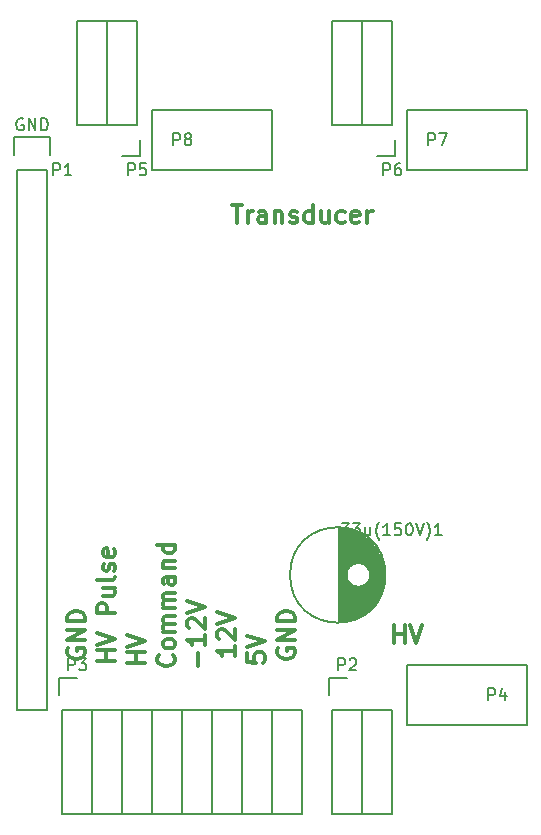
<source format=gto>
G04 #@! TF.FileFunction,Legend,Top*
%FSLAX46Y46*%
G04 Gerber Fmt 4.6, Leading zero omitted, Abs format (unit mm)*
G04 Created by KiCad (PCBNEW 4.0.4+e1-6308~48~ubuntu16.04.1-stable) date Mon Oct 24 15:09:13 2016*
%MOMM*%
%LPD*%
G01*
G04 APERTURE LIST*
%ADD10C,0.100000*%
%ADD11C,0.300000*%
%ADD12C,0.150000*%
G04 APERTURE END LIST*
D10*
D11*
X91638572Y-130218571D02*
X91638572Y-128718571D01*
X91638572Y-129432857D02*
X92495715Y-129432857D01*
X92495715Y-130218571D02*
X92495715Y-128718571D01*
X92995715Y-128718571D02*
X93495715Y-130218571D01*
X93995715Y-128718571D01*
X77855715Y-93158571D02*
X78712858Y-93158571D01*
X78284287Y-94658571D02*
X78284287Y-93158571D01*
X79212858Y-94658571D02*
X79212858Y-93658571D01*
X79212858Y-93944286D02*
X79284286Y-93801429D01*
X79355715Y-93730000D01*
X79498572Y-93658571D01*
X79641429Y-93658571D01*
X80784286Y-94658571D02*
X80784286Y-93872857D01*
X80712857Y-93730000D01*
X80570000Y-93658571D01*
X80284286Y-93658571D01*
X80141429Y-93730000D01*
X80784286Y-94587143D02*
X80641429Y-94658571D01*
X80284286Y-94658571D01*
X80141429Y-94587143D01*
X80070000Y-94444286D01*
X80070000Y-94301429D01*
X80141429Y-94158571D01*
X80284286Y-94087143D01*
X80641429Y-94087143D01*
X80784286Y-94015714D01*
X81498572Y-93658571D02*
X81498572Y-94658571D01*
X81498572Y-93801429D02*
X81570000Y-93730000D01*
X81712858Y-93658571D01*
X81927143Y-93658571D01*
X82070000Y-93730000D01*
X82141429Y-93872857D01*
X82141429Y-94658571D01*
X82784286Y-94587143D02*
X82927143Y-94658571D01*
X83212858Y-94658571D01*
X83355715Y-94587143D01*
X83427143Y-94444286D01*
X83427143Y-94372857D01*
X83355715Y-94230000D01*
X83212858Y-94158571D01*
X82998572Y-94158571D01*
X82855715Y-94087143D01*
X82784286Y-93944286D01*
X82784286Y-93872857D01*
X82855715Y-93730000D01*
X82998572Y-93658571D01*
X83212858Y-93658571D01*
X83355715Y-93730000D01*
X84712858Y-94658571D02*
X84712858Y-93158571D01*
X84712858Y-94587143D02*
X84570001Y-94658571D01*
X84284287Y-94658571D01*
X84141429Y-94587143D01*
X84070001Y-94515714D01*
X83998572Y-94372857D01*
X83998572Y-93944286D01*
X84070001Y-93801429D01*
X84141429Y-93730000D01*
X84284287Y-93658571D01*
X84570001Y-93658571D01*
X84712858Y-93730000D01*
X86070001Y-93658571D02*
X86070001Y-94658571D01*
X85427144Y-93658571D02*
X85427144Y-94444286D01*
X85498572Y-94587143D01*
X85641430Y-94658571D01*
X85855715Y-94658571D01*
X85998572Y-94587143D01*
X86070001Y-94515714D01*
X87427144Y-94587143D02*
X87284287Y-94658571D01*
X86998573Y-94658571D01*
X86855715Y-94587143D01*
X86784287Y-94515714D01*
X86712858Y-94372857D01*
X86712858Y-93944286D01*
X86784287Y-93801429D01*
X86855715Y-93730000D01*
X86998573Y-93658571D01*
X87284287Y-93658571D01*
X87427144Y-93730000D01*
X88641429Y-94587143D02*
X88498572Y-94658571D01*
X88212858Y-94658571D01*
X88070001Y-94587143D01*
X87998572Y-94444286D01*
X87998572Y-93872857D01*
X88070001Y-93730000D01*
X88212858Y-93658571D01*
X88498572Y-93658571D01*
X88641429Y-93730000D01*
X88712858Y-93872857D01*
X88712858Y-94015714D01*
X87998572Y-94158571D01*
X89355715Y-94658571D02*
X89355715Y-93658571D01*
X89355715Y-93944286D02*
X89427143Y-93801429D01*
X89498572Y-93730000D01*
X89641429Y-93658571D01*
X89784286Y-93658571D01*
X64020000Y-130682857D02*
X63948571Y-130825714D01*
X63948571Y-131040000D01*
X64020000Y-131254285D01*
X64162857Y-131397143D01*
X64305714Y-131468571D01*
X64591429Y-131540000D01*
X64805714Y-131540000D01*
X65091429Y-131468571D01*
X65234286Y-131397143D01*
X65377143Y-131254285D01*
X65448571Y-131040000D01*
X65448571Y-130897143D01*
X65377143Y-130682857D01*
X65305714Y-130611428D01*
X64805714Y-130611428D01*
X64805714Y-130897143D01*
X65448571Y-129968571D02*
X63948571Y-129968571D01*
X65448571Y-129111428D01*
X63948571Y-129111428D01*
X65448571Y-128397142D02*
X63948571Y-128397142D01*
X63948571Y-128039999D01*
X64020000Y-127825714D01*
X64162857Y-127682856D01*
X64305714Y-127611428D01*
X64591429Y-127539999D01*
X64805714Y-127539999D01*
X65091429Y-127611428D01*
X65234286Y-127682856D01*
X65377143Y-127825714D01*
X65448571Y-128039999D01*
X65448571Y-128397142D01*
X81800000Y-130682857D02*
X81728571Y-130825714D01*
X81728571Y-131040000D01*
X81800000Y-131254285D01*
X81942857Y-131397143D01*
X82085714Y-131468571D01*
X82371429Y-131540000D01*
X82585714Y-131540000D01*
X82871429Y-131468571D01*
X83014286Y-131397143D01*
X83157143Y-131254285D01*
X83228571Y-131040000D01*
X83228571Y-130897143D01*
X83157143Y-130682857D01*
X83085714Y-130611428D01*
X82585714Y-130611428D01*
X82585714Y-130897143D01*
X83228571Y-129968571D02*
X81728571Y-129968571D01*
X83228571Y-129111428D01*
X81728571Y-129111428D01*
X83228571Y-128397142D02*
X81728571Y-128397142D01*
X81728571Y-128039999D01*
X81800000Y-127825714D01*
X81942857Y-127682856D01*
X82085714Y-127611428D01*
X82371429Y-127539999D01*
X82585714Y-127539999D01*
X82871429Y-127611428D01*
X83014286Y-127682856D01*
X83157143Y-127825714D01*
X83228571Y-128039999D01*
X83228571Y-128397142D01*
X79188571Y-131095713D02*
X79188571Y-131809999D01*
X79902857Y-131881428D01*
X79831429Y-131809999D01*
X79760000Y-131667142D01*
X79760000Y-131309999D01*
X79831429Y-131167142D01*
X79902857Y-131095713D01*
X80045714Y-131024285D01*
X80402857Y-131024285D01*
X80545714Y-131095713D01*
X80617143Y-131167142D01*
X80688571Y-131309999D01*
X80688571Y-131667142D01*
X80617143Y-131809999D01*
X80545714Y-131881428D01*
X79188571Y-130595714D02*
X80688571Y-130095714D01*
X79188571Y-129595714D01*
X78148571Y-130468571D02*
X78148571Y-131325714D01*
X78148571Y-130897142D02*
X76648571Y-130897142D01*
X76862857Y-131039999D01*
X77005714Y-131182857D01*
X77077143Y-131325714D01*
X76791429Y-129897143D02*
X76720000Y-129825714D01*
X76648571Y-129682857D01*
X76648571Y-129325714D01*
X76720000Y-129182857D01*
X76791429Y-129111428D01*
X76934286Y-129040000D01*
X77077143Y-129040000D01*
X77291429Y-129111428D01*
X78148571Y-129968571D01*
X78148571Y-129040000D01*
X76648571Y-128611429D02*
X78148571Y-128111429D01*
X76648571Y-127611429D01*
X75037143Y-132182856D02*
X75037143Y-131039999D01*
X75608571Y-129539999D02*
X75608571Y-130397142D01*
X75608571Y-129968570D02*
X74108571Y-129968570D01*
X74322857Y-130111427D01*
X74465714Y-130254285D01*
X74537143Y-130397142D01*
X74251429Y-128968571D02*
X74180000Y-128897142D01*
X74108571Y-128754285D01*
X74108571Y-128397142D01*
X74180000Y-128254285D01*
X74251429Y-128182856D01*
X74394286Y-128111428D01*
X74537143Y-128111428D01*
X74751429Y-128182856D01*
X75608571Y-129039999D01*
X75608571Y-128111428D01*
X74108571Y-127682857D02*
X75608571Y-127182857D01*
X74108571Y-126682857D01*
X72925714Y-131250000D02*
X72997143Y-131321429D01*
X73068571Y-131535715D01*
X73068571Y-131678572D01*
X72997143Y-131892857D01*
X72854286Y-132035715D01*
X72711429Y-132107143D01*
X72425714Y-132178572D01*
X72211429Y-132178572D01*
X71925714Y-132107143D01*
X71782857Y-132035715D01*
X71640000Y-131892857D01*
X71568571Y-131678572D01*
X71568571Y-131535715D01*
X71640000Y-131321429D01*
X71711429Y-131250000D01*
X73068571Y-130392857D02*
X72997143Y-130535715D01*
X72925714Y-130607143D01*
X72782857Y-130678572D01*
X72354286Y-130678572D01*
X72211429Y-130607143D01*
X72140000Y-130535715D01*
X72068571Y-130392857D01*
X72068571Y-130178572D01*
X72140000Y-130035715D01*
X72211429Y-129964286D01*
X72354286Y-129892857D01*
X72782857Y-129892857D01*
X72925714Y-129964286D01*
X72997143Y-130035715D01*
X73068571Y-130178572D01*
X73068571Y-130392857D01*
X73068571Y-129250000D02*
X72068571Y-129250000D01*
X72211429Y-129250000D02*
X72140000Y-129178572D01*
X72068571Y-129035714D01*
X72068571Y-128821429D01*
X72140000Y-128678572D01*
X72282857Y-128607143D01*
X73068571Y-128607143D01*
X72282857Y-128607143D02*
X72140000Y-128535714D01*
X72068571Y-128392857D01*
X72068571Y-128178572D01*
X72140000Y-128035714D01*
X72282857Y-127964286D01*
X73068571Y-127964286D01*
X73068571Y-127250000D02*
X72068571Y-127250000D01*
X72211429Y-127250000D02*
X72140000Y-127178572D01*
X72068571Y-127035714D01*
X72068571Y-126821429D01*
X72140000Y-126678572D01*
X72282857Y-126607143D01*
X73068571Y-126607143D01*
X72282857Y-126607143D02*
X72140000Y-126535714D01*
X72068571Y-126392857D01*
X72068571Y-126178572D01*
X72140000Y-126035714D01*
X72282857Y-125964286D01*
X73068571Y-125964286D01*
X73068571Y-124607143D02*
X72282857Y-124607143D01*
X72140000Y-124678572D01*
X72068571Y-124821429D01*
X72068571Y-125107143D01*
X72140000Y-125250000D01*
X72997143Y-124607143D02*
X73068571Y-124750000D01*
X73068571Y-125107143D01*
X72997143Y-125250000D01*
X72854286Y-125321429D01*
X72711429Y-125321429D01*
X72568571Y-125250000D01*
X72497143Y-125107143D01*
X72497143Y-124750000D01*
X72425714Y-124607143D01*
X72068571Y-123892857D02*
X73068571Y-123892857D01*
X72211429Y-123892857D02*
X72140000Y-123821429D01*
X72068571Y-123678571D01*
X72068571Y-123464286D01*
X72140000Y-123321429D01*
X72282857Y-123250000D01*
X73068571Y-123250000D01*
X73068571Y-121892857D02*
X71568571Y-121892857D01*
X72997143Y-121892857D02*
X73068571Y-122035714D01*
X73068571Y-122321428D01*
X72997143Y-122464286D01*
X72925714Y-122535714D01*
X72782857Y-122607143D01*
X72354286Y-122607143D01*
X72211429Y-122535714D01*
X72140000Y-122464286D01*
X72068571Y-122321428D01*
X72068571Y-122035714D01*
X72140000Y-121892857D01*
X70528571Y-131881428D02*
X69028571Y-131881428D01*
X69742857Y-131881428D02*
X69742857Y-131024285D01*
X70528571Y-131024285D02*
X69028571Y-131024285D01*
X69028571Y-130524285D02*
X70528571Y-130024285D01*
X69028571Y-129524285D01*
X67988571Y-131714285D02*
X66488571Y-131714285D01*
X67202857Y-131714285D02*
X67202857Y-130857142D01*
X67988571Y-130857142D02*
X66488571Y-130857142D01*
X66488571Y-130357142D02*
X67988571Y-129857142D01*
X66488571Y-129357142D01*
X67988571Y-127714285D02*
X66488571Y-127714285D01*
X66488571Y-127142857D01*
X66560000Y-126999999D01*
X66631429Y-126928571D01*
X66774286Y-126857142D01*
X66988571Y-126857142D01*
X67131429Y-126928571D01*
X67202857Y-126999999D01*
X67274286Y-127142857D01*
X67274286Y-127714285D01*
X66988571Y-125571428D02*
X67988571Y-125571428D01*
X66988571Y-126214285D02*
X67774286Y-126214285D01*
X67917143Y-126142857D01*
X67988571Y-125999999D01*
X67988571Y-125785714D01*
X67917143Y-125642857D01*
X67845714Y-125571428D01*
X67988571Y-124642856D02*
X67917143Y-124785714D01*
X67774286Y-124857142D01*
X66488571Y-124857142D01*
X67917143Y-124142857D02*
X67988571Y-124000000D01*
X67988571Y-123714285D01*
X67917143Y-123571428D01*
X67774286Y-123500000D01*
X67702857Y-123500000D01*
X67560000Y-123571428D01*
X67488571Y-123714285D01*
X67488571Y-123928571D01*
X67417143Y-124071428D01*
X67274286Y-124142857D01*
X67202857Y-124142857D01*
X67060000Y-124071428D01*
X66988571Y-123928571D01*
X66988571Y-123714285D01*
X67060000Y-123571428D01*
X67917143Y-122285714D02*
X67988571Y-122428571D01*
X67988571Y-122714285D01*
X67917143Y-122857142D01*
X67774286Y-122928571D01*
X67202857Y-122928571D01*
X67060000Y-122857142D01*
X66988571Y-122714285D01*
X66988571Y-122428571D01*
X67060000Y-122285714D01*
X67202857Y-122214285D01*
X67345714Y-122214285D01*
X67488571Y-122928571D01*
D12*
X91440000Y-144720000D02*
X91440000Y-135890000D01*
X88900000Y-144720000D02*
X91440000Y-144720000D01*
X88900000Y-135890000D02*
X88900000Y-144720000D01*
X88900000Y-135890000D02*
X91440000Y-135890000D01*
X86360000Y-135890000D02*
X88900000Y-135890000D01*
X87630000Y-133220000D02*
X86080000Y-133220000D01*
X86080000Y-133220000D02*
X86080000Y-134620000D01*
X86360000Y-135890000D02*
X86360000Y-144720000D01*
X86360000Y-144720000D02*
X88900000Y-144720000D01*
X88900000Y-144720000D02*
X88900000Y-135890000D01*
X81280000Y-144720000D02*
X81280000Y-135890000D01*
X78740000Y-144720000D02*
X81280000Y-144720000D01*
X78740000Y-135890000D02*
X81280000Y-135890000D01*
X81280000Y-135890000D02*
X83820000Y-135890000D01*
X81280000Y-144720000D02*
X83820000Y-144720000D01*
X83820000Y-144720000D02*
X83820000Y-135890000D01*
X78740000Y-144720000D02*
X78740000Y-135890000D01*
X76200000Y-144720000D02*
X78740000Y-144720000D01*
X76200000Y-135890000D02*
X78740000Y-135890000D01*
X73660000Y-135890000D02*
X76200000Y-135890000D01*
X73660000Y-144720000D02*
X76200000Y-144720000D01*
X76200000Y-144720000D02*
X76200000Y-135890000D01*
X73660000Y-144720000D02*
X73660000Y-135890000D01*
X71120000Y-144720000D02*
X73660000Y-144720000D01*
X71120000Y-135890000D02*
X73660000Y-135890000D01*
X68580000Y-135890000D02*
X71120000Y-135890000D01*
X68580000Y-144720000D02*
X71120000Y-144720000D01*
X71120000Y-144720000D02*
X71120000Y-135890000D01*
X68580000Y-144720000D02*
X68580000Y-135890000D01*
X66040000Y-144720000D02*
X68580000Y-144720000D01*
X66040000Y-135890000D02*
X66040000Y-144720000D01*
X66040000Y-135890000D02*
X68580000Y-135890000D01*
X63500000Y-135890000D02*
X66040000Y-135890000D01*
X64770000Y-133220000D02*
X63220000Y-133220000D01*
X63220000Y-133220000D02*
X63220000Y-134620000D01*
X63500000Y-135890000D02*
X63500000Y-144720000D01*
X63500000Y-144720000D02*
X66040000Y-144720000D01*
X66040000Y-144720000D02*
X66040000Y-135890000D01*
X92710000Y-132080000D02*
X102870000Y-132080000D01*
X102870000Y-132080000D02*
X102870000Y-137160000D01*
X102870000Y-137160000D02*
X92710000Y-137160000D01*
X92710000Y-137160000D02*
X92710000Y-132080000D01*
X64770000Y-77530000D02*
X64770000Y-86360000D01*
X67310000Y-77530000D02*
X64770000Y-77530000D01*
X67310000Y-86360000D02*
X67310000Y-77530000D01*
X67310000Y-86360000D02*
X64770000Y-86360000D01*
X69850000Y-86360000D02*
X67310000Y-86360000D01*
X68580000Y-89030000D02*
X70130000Y-89030000D01*
X70130000Y-89030000D02*
X70130000Y-87630000D01*
X69850000Y-86360000D02*
X69850000Y-77530000D01*
X69850000Y-77530000D02*
X67310000Y-77530000D01*
X67310000Y-77530000D02*
X67310000Y-86360000D01*
X86360000Y-77530000D02*
X86360000Y-86360000D01*
X88900000Y-77530000D02*
X86360000Y-77530000D01*
X88900000Y-86360000D02*
X88900000Y-77530000D01*
X88900000Y-86360000D02*
X86360000Y-86360000D01*
X91440000Y-86360000D02*
X88900000Y-86360000D01*
X90170000Y-89030000D02*
X91720000Y-89030000D01*
X91720000Y-89030000D02*
X91720000Y-87630000D01*
X91440000Y-86360000D02*
X91440000Y-77530000D01*
X91440000Y-77530000D02*
X88900000Y-77530000D01*
X88900000Y-77530000D02*
X88900000Y-86360000D01*
X102870000Y-90170000D02*
X92710000Y-90170000D01*
X92710000Y-90170000D02*
X92710000Y-85090000D01*
X92710000Y-85090000D02*
X102870000Y-85090000D01*
X102870000Y-85090000D02*
X102870000Y-90170000D01*
X81280000Y-90170000D02*
X71120000Y-90170000D01*
X71120000Y-90170000D02*
X71120000Y-85090000D01*
X71120000Y-85090000D02*
X81280000Y-85090000D01*
X81280000Y-85090000D02*
X81280000Y-90170000D01*
X59690000Y-90170000D02*
X59690000Y-135890000D01*
X59690000Y-135890000D02*
X62230000Y-135890000D01*
X62230000Y-135890000D02*
X62230000Y-90170000D01*
X59410000Y-87350000D02*
X59410000Y-88900000D01*
X59690000Y-90170000D02*
X62230000Y-90170000D01*
X62510000Y-88900000D02*
X62510000Y-87350000D01*
X62510000Y-87350000D02*
X59410000Y-87350000D01*
X86915000Y-120461000D02*
X86915000Y-128459000D01*
X87055000Y-120466000D02*
X87055000Y-128454000D01*
X87195000Y-120476000D02*
X87195000Y-128444000D01*
X87335000Y-120491000D02*
X87335000Y-128429000D01*
X87475000Y-120511000D02*
X87475000Y-128409000D01*
X87615000Y-120536000D02*
X87615000Y-124238000D01*
X87615000Y-124682000D02*
X87615000Y-128384000D01*
X87755000Y-120566000D02*
X87755000Y-123910000D01*
X87755000Y-125010000D02*
X87755000Y-128354000D01*
X87895000Y-120602000D02*
X87895000Y-123741000D01*
X87895000Y-125179000D02*
X87895000Y-128318000D01*
X88035000Y-120643000D02*
X88035000Y-123628000D01*
X88035000Y-125292000D02*
X88035000Y-128277000D01*
X88175000Y-120689000D02*
X88175000Y-123550000D01*
X88175000Y-125370000D02*
X88175000Y-128231000D01*
X88315000Y-120742000D02*
X88315000Y-123499000D01*
X88315000Y-125421000D02*
X88315000Y-128178000D01*
X88455000Y-120801000D02*
X88455000Y-123469000D01*
X88455000Y-125451000D02*
X88455000Y-128119000D01*
X88595000Y-120866000D02*
X88595000Y-123460000D01*
X88595000Y-125460000D02*
X88595000Y-128054000D01*
X88735000Y-120937000D02*
X88735000Y-123471000D01*
X88735000Y-125449000D02*
X88735000Y-127983000D01*
X88875000Y-121016000D02*
X88875000Y-123501000D01*
X88875000Y-125419000D02*
X88875000Y-127904000D01*
X89015000Y-121103000D02*
X89015000Y-123555000D01*
X89015000Y-125365000D02*
X89015000Y-127817000D01*
X89155000Y-121198000D02*
X89155000Y-123635000D01*
X89155000Y-125285000D02*
X89155000Y-127722000D01*
X89295000Y-121302000D02*
X89295000Y-123751000D01*
X89295000Y-125169000D02*
X89295000Y-127618000D01*
X89435000Y-121416000D02*
X89435000Y-123925000D01*
X89435000Y-124995000D02*
X89435000Y-127504000D01*
X89575000Y-121541000D02*
X89575000Y-124287000D01*
X89575000Y-124633000D02*
X89575000Y-127379000D01*
X89715000Y-121679000D02*
X89715000Y-127241000D01*
X89855000Y-121831000D02*
X89855000Y-127089000D01*
X89995000Y-122001000D02*
X89995000Y-126919000D01*
X90135000Y-122192000D02*
X90135000Y-126728000D01*
X90275000Y-122410000D02*
X90275000Y-126510000D01*
X90415000Y-122666000D02*
X90415000Y-126254000D01*
X90555000Y-122977000D02*
X90555000Y-125943000D01*
X90695000Y-123393000D02*
X90695000Y-125527000D01*
X90835000Y-124260000D02*
X90835000Y-124660000D01*
X89590000Y-124460000D02*
G75*
G03X89590000Y-124460000I-1000000J0D01*
G01*
X90877500Y-124460000D02*
G75*
G03X90877500Y-124460000I-4037500J0D01*
G01*
X86891905Y-132532381D02*
X86891905Y-131532381D01*
X87272858Y-131532381D01*
X87368096Y-131580000D01*
X87415715Y-131627619D01*
X87463334Y-131722857D01*
X87463334Y-131865714D01*
X87415715Y-131960952D01*
X87368096Y-132008571D01*
X87272858Y-132056190D01*
X86891905Y-132056190D01*
X87844286Y-131627619D02*
X87891905Y-131580000D01*
X87987143Y-131532381D01*
X88225239Y-131532381D01*
X88320477Y-131580000D01*
X88368096Y-131627619D01*
X88415715Y-131722857D01*
X88415715Y-131818095D01*
X88368096Y-131960952D01*
X87796667Y-132532381D01*
X88415715Y-132532381D01*
X64031905Y-132532381D02*
X64031905Y-131532381D01*
X64412858Y-131532381D01*
X64508096Y-131580000D01*
X64555715Y-131627619D01*
X64603334Y-131722857D01*
X64603334Y-131865714D01*
X64555715Y-131960952D01*
X64508096Y-132008571D01*
X64412858Y-132056190D01*
X64031905Y-132056190D01*
X64936667Y-131532381D02*
X65555715Y-131532381D01*
X65222381Y-131913333D01*
X65365239Y-131913333D01*
X65460477Y-131960952D01*
X65508096Y-132008571D01*
X65555715Y-132103810D01*
X65555715Y-132341905D01*
X65508096Y-132437143D01*
X65460477Y-132484762D01*
X65365239Y-132532381D01*
X65079524Y-132532381D01*
X64984286Y-132484762D01*
X64936667Y-132437143D01*
X99591905Y-135072381D02*
X99591905Y-134072381D01*
X99972858Y-134072381D01*
X100068096Y-134120000D01*
X100115715Y-134167619D01*
X100163334Y-134262857D01*
X100163334Y-134405714D01*
X100115715Y-134500952D01*
X100068096Y-134548571D01*
X99972858Y-134596190D01*
X99591905Y-134596190D01*
X101020477Y-134405714D02*
X101020477Y-135072381D01*
X100782381Y-134024762D02*
X100544286Y-134739048D01*
X101163334Y-134739048D01*
X69111905Y-90622381D02*
X69111905Y-89622381D01*
X69492858Y-89622381D01*
X69588096Y-89670000D01*
X69635715Y-89717619D01*
X69683334Y-89812857D01*
X69683334Y-89955714D01*
X69635715Y-90050952D01*
X69588096Y-90098571D01*
X69492858Y-90146190D01*
X69111905Y-90146190D01*
X70588096Y-89622381D02*
X70111905Y-89622381D01*
X70064286Y-90098571D01*
X70111905Y-90050952D01*
X70207143Y-90003333D01*
X70445239Y-90003333D01*
X70540477Y-90050952D01*
X70588096Y-90098571D01*
X70635715Y-90193810D01*
X70635715Y-90431905D01*
X70588096Y-90527143D01*
X70540477Y-90574762D01*
X70445239Y-90622381D01*
X70207143Y-90622381D01*
X70111905Y-90574762D01*
X70064286Y-90527143D01*
X90701905Y-90622381D02*
X90701905Y-89622381D01*
X91082858Y-89622381D01*
X91178096Y-89670000D01*
X91225715Y-89717619D01*
X91273334Y-89812857D01*
X91273334Y-89955714D01*
X91225715Y-90050952D01*
X91178096Y-90098571D01*
X91082858Y-90146190D01*
X90701905Y-90146190D01*
X92130477Y-89622381D02*
X91940000Y-89622381D01*
X91844762Y-89670000D01*
X91797143Y-89717619D01*
X91701905Y-89860476D01*
X91654286Y-90050952D01*
X91654286Y-90431905D01*
X91701905Y-90527143D01*
X91749524Y-90574762D01*
X91844762Y-90622381D01*
X92035239Y-90622381D01*
X92130477Y-90574762D01*
X92178096Y-90527143D01*
X92225715Y-90431905D01*
X92225715Y-90193810D01*
X92178096Y-90098571D01*
X92130477Y-90050952D01*
X92035239Y-90003333D01*
X91844762Y-90003333D01*
X91749524Y-90050952D01*
X91701905Y-90098571D01*
X91654286Y-90193810D01*
X94511905Y-88082381D02*
X94511905Y-87082381D01*
X94892858Y-87082381D01*
X94988096Y-87130000D01*
X95035715Y-87177619D01*
X95083334Y-87272857D01*
X95083334Y-87415714D01*
X95035715Y-87510952D01*
X94988096Y-87558571D01*
X94892858Y-87606190D01*
X94511905Y-87606190D01*
X95416667Y-87082381D02*
X96083334Y-87082381D01*
X95654762Y-88082381D01*
X72921905Y-88082381D02*
X72921905Y-87082381D01*
X73302858Y-87082381D01*
X73398096Y-87130000D01*
X73445715Y-87177619D01*
X73493334Y-87272857D01*
X73493334Y-87415714D01*
X73445715Y-87510952D01*
X73398096Y-87558571D01*
X73302858Y-87606190D01*
X72921905Y-87606190D01*
X74064762Y-87510952D02*
X73969524Y-87463333D01*
X73921905Y-87415714D01*
X73874286Y-87320476D01*
X73874286Y-87272857D01*
X73921905Y-87177619D01*
X73969524Y-87130000D01*
X74064762Y-87082381D01*
X74255239Y-87082381D01*
X74350477Y-87130000D01*
X74398096Y-87177619D01*
X74445715Y-87272857D01*
X74445715Y-87320476D01*
X74398096Y-87415714D01*
X74350477Y-87463333D01*
X74255239Y-87510952D01*
X74064762Y-87510952D01*
X73969524Y-87558571D01*
X73921905Y-87606190D01*
X73874286Y-87701429D01*
X73874286Y-87891905D01*
X73921905Y-87987143D01*
X73969524Y-88034762D01*
X74064762Y-88082381D01*
X74255239Y-88082381D01*
X74350477Y-88034762D01*
X74398096Y-87987143D01*
X74445715Y-87891905D01*
X74445715Y-87701429D01*
X74398096Y-87606190D01*
X74350477Y-87558571D01*
X74255239Y-87510952D01*
X62761905Y-90622381D02*
X62761905Y-89622381D01*
X63142858Y-89622381D01*
X63238096Y-89670000D01*
X63285715Y-89717619D01*
X63333334Y-89812857D01*
X63333334Y-89955714D01*
X63285715Y-90050952D01*
X63238096Y-90098571D01*
X63142858Y-90146190D01*
X62761905Y-90146190D01*
X64285715Y-90622381D02*
X63714286Y-90622381D01*
X64000000Y-90622381D02*
X64000000Y-89622381D01*
X63904762Y-89765238D01*
X63809524Y-89860476D01*
X63714286Y-89908095D01*
X60198096Y-85860000D02*
X60102858Y-85812381D01*
X59960001Y-85812381D01*
X59817143Y-85860000D01*
X59721905Y-85955238D01*
X59674286Y-86050476D01*
X59626667Y-86240952D01*
X59626667Y-86383810D01*
X59674286Y-86574286D01*
X59721905Y-86669524D01*
X59817143Y-86764762D01*
X59960001Y-86812381D01*
X60055239Y-86812381D01*
X60198096Y-86764762D01*
X60245715Y-86717143D01*
X60245715Y-86383810D01*
X60055239Y-86383810D01*
X60674286Y-86812381D02*
X60674286Y-85812381D01*
X61245715Y-86812381D01*
X61245715Y-85812381D01*
X61721905Y-86812381D02*
X61721905Y-85812381D01*
X61960000Y-85812381D01*
X62102858Y-85860000D01*
X62198096Y-85955238D01*
X62245715Y-86050476D01*
X62293334Y-86240952D01*
X62293334Y-86383810D01*
X62245715Y-86574286D01*
X62198096Y-86669524D01*
X62102858Y-86764762D01*
X61960000Y-86812381D01*
X61721905Y-86812381D01*
X87178095Y-120102381D02*
X87797143Y-120102381D01*
X87463809Y-120483333D01*
X87606667Y-120483333D01*
X87701905Y-120530952D01*
X87749524Y-120578571D01*
X87797143Y-120673810D01*
X87797143Y-120911905D01*
X87749524Y-121007143D01*
X87701905Y-121054762D01*
X87606667Y-121102381D01*
X87320952Y-121102381D01*
X87225714Y-121054762D01*
X87178095Y-121007143D01*
X88130476Y-120102381D02*
X88749524Y-120102381D01*
X88416190Y-120483333D01*
X88559048Y-120483333D01*
X88654286Y-120530952D01*
X88701905Y-120578571D01*
X88749524Y-120673810D01*
X88749524Y-120911905D01*
X88701905Y-121007143D01*
X88654286Y-121054762D01*
X88559048Y-121102381D01*
X88273333Y-121102381D01*
X88178095Y-121054762D01*
X88130476Y-121007143D01*
X89606667Y-120435714D02*
X89606667Y-121102381D01*
X89178095Y-120435714D02*
X89178095Y-120959524D01*
X89225714Y-121054762D01*
X89320952Y-121102381D01*
X89463810Y-121102381D01*
X89559048Y-121054762D01*
X89606667Y-121007143D01*
X90368572Y-121483333D02*
X90320952Y-121435714D01*
X90225714Y-121292857D01*
X90178095Y-121197619D01*
X90130476Y-121054762D01*
X90082857Y-120816667D01*
X90082857Y-120626190D01*
X90130476Y-120388095D01*
X90178095Y-120245238D01*
X90225714Y-120150000D01*
X90320952Y-120007143D01*
X90368572Y-119959524D01*
X91273334Y-121102381D02*
X90701905Y-121102381D01*
X90987619Y-121102381D02*
X90987619Y-120102381D01*
X90892381Y-120245238D01*
X90797143Y-120340476D01*
X90701905Y-120388095D01*
X92178096Y-120102381D02*
X91701905Y-120102381D01*
X91654286Y-120578571D01*
X91701905Y-120530952D01*
X91797143Y-120483333D01*
X92035239Y-120483333D01*
X92130477Y-120530952D01*
X92178096Y-120578571D01*
X92225715Y-120673810D01*
X92225715Y-120911905D01*
X92178096Y-121007143D01*
X92130477Y-121054762D01*
X92035239Y-121102381D01*
X91797143Y-121102381D01*
X91701905Y-121054762D01*
X91654286Y-121007143D01*
X92844762Y-120102381D02*
X92940001Y-120102381D01*
X93035239Y-120150000D01*
X93082858Y-120197619D01*
X93130477Y-120292857D01*
X93178096Y-120483333D01*
X93178096Y-120721429D01*
X93130477Y-120911905D01*
X93082858Y-121007143D01*
X93035239Y-121054762D01*
X92940001Y-121102381D01*
X92844762Y-121102381D01*
X92749524Y-121054762D01*
X92701905Y-121007143D01*
X92654286Y-120911905D01*
X92606667Y-120721429D01*
X92606667Y-120483333D01*
X92654286Y-120292857D01*
X92701905Y-120197619D01*
X92749524Y-120150000D01*
X92844762Y-120102381D01*
X93463810Y-120102381D02*
X93797143Y-121102381D01*
X94130477Y-120102381D01*
X94368572Y-121483333D02*
X94416191Y-121435714D01*
X94511429Y-121292857D01*
X94559048Y-121197619D01*
X94606667Y-121054762D01*
X94654286Y-120816667D01*
X94654286Y-120626190D01*
X94606667Y-120388095D01*
X94559048Y-120245238D01*
X94511429Y-120150000D01*
X94416191Y-120007143D01*
X94368572Y-119959524D01*
X95654287Y-121102381D02*
X95082858Y-121102381D01*
X95368572Y-121102381D02*
X95368572Y-120102381D01*
X95273334Y-120245238D01*
X95178096Y-120340476D01*
X95082858Y-120388095D01*
M02*

</source>
